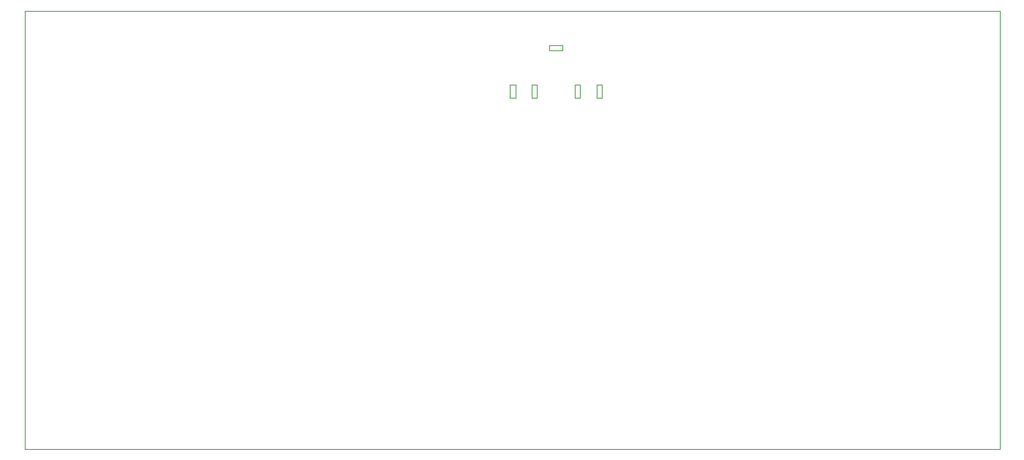
<source format=gm1>
G04 #@! TF.GenerationSoftware,KiCad,Pcbnew,5.0.2-bee76a0~70~ubuntu16.04.1*
G04 #@! TF.CreationDate,2019-09-22T20:04:44+02:00*
G04 #@! TF.ProjectId,fiscal,66697363-616c-42e6-9b69-6361645f7063,v01*
G04 #@! TF.SameCoordinates,Original*
G04 #@! TF.FileFunction,Profile,NP*
%FSLAX46Y46*%
G04 Gerber Fmt 4.6, Leading zero omitted, Abs format (unit mm)*
G04 Created by KiCad (PCBNEW 5.0.2-bee76a0~70~ubuntu16.04.1) date dom 22 sep 2019 20:04:44 CEST*
%MOMM*%
%LPD*%
G01*
G04 APERTURE LIST*
%ADD10C,0.025400*%
G04 #@! TA.AperFunction,NonConductor*
%ADD11C,0.100000*%
G04 #@! TD*
G04 APERTURE END LIST*
D10*
X228600000Y-114300000D02*
X115570000Y-114300000D01*
X228600000Y-63500000D02*
X228600000Y-114300000D01*
X115570000Y-63500000D02*
X228600000Y-63500000D01*
X115570000Y-114300000D02*
X115570000Y-63500000D01*
D11*
G04 #@! TO.C,J1*
X172465000Y-72061000D02*
X171865000Y-72061000D01*
X171865000Y-72061000D02*
X171865000Y-73561000D01*
X171865000Y-73561000D02*
X172465000Y-73561000D01*
X172465000Y-73561000D02*
X172465000Y-72061000D01*
X182465000Y-72061000D02*
X181865000Y-72061000D01*
X181865000Y-72061000D02*
X181865000Y-73561000D01*
X181865000Y-73561000D02*
X182465000Y-73561000D01*
X182465000Y-73561000D02*
X182465000Y-72061000D01*
X179965000Y-72061000D02*
X179365000Y-72061000D01*
X179365000Y-72061000D02*
X179365000Y-73561000D01*
X179365000Y-73561000D02*
X179965000Y-73561000D01*
X179965000Y-73561000D02*
X179965000Y-72061000D01*
X174965000Y-72061000D02*
X174365000Y-72061000D01*
X174365000Y-72061000D02*
X174365000Y-73561000D01*
X174365000Y-73561000D02*
X174965000Y-73561000D01*
X174965000Y-73561000D02*
X174965000Y-72061000D01*
X176415000Y-67511000D02*
X176415000Y-68111000D01*
X176415000Y-68111000D02*
X177915000Y-68111000D01*
X177915000Y-68111000D02*
X177915000Y-67511000D01*
X177915000Y-67511000D02*
X176415000Y-67511000D01*
G04 #@! TD*
M02*

</source>
